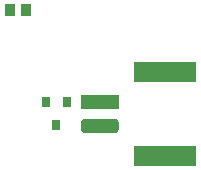
<source format=gbp>
G04*
G04 #@! TF.GenerationSoftware,Altium Limited,Altium Designer,19.0.10 (269)*
G04*
G04 Layer_Color=128*
%FSLAX25Y25*%
%MOIN*%
G70*
G01*
G75*
%ADD23R,0.03543X0.03937*%
%ADD49R,0.03150X0.03543*%
%ADD103R,0.20866X0.06693*%
G04:AMPARAMS|DCode=104|XSize=47.24mil|YSize=125.98mil|CornerRadius=11.81mil|HoleSize=0mil|Usage=FLASHONLY|Rotation=270.000|XOffset=0mil|YOffset=0mil|HoleType=Round|Shape=RoundedRectangle|*
%AMROUNDEDRECTD104*
21,1,0.04724,0.10236,0,0,270.0*
21,1,0.02362,0.12598,0,0,270.0*
1,1,0.02362,-0.05118,-0.01181*
1,1,0.02362,-0.05118,0.01181*
1,1,0.02362,0.05118,0.01181*
1,1,0.02362,0.05118,-0.01181*
%
%ADD104ROUNDEDRECTD104*%
%ADD105R,0.12598X0.04724*%
D23*
X131791Y180118D02*
D03*
X137106D02*
D03*
D49*
X143701Y149606D02*
D03*
X150787D02*
D03*
X147244Y141732D02*
D03*
D103*
X183465Y131496D02*
D03*
Y159449D02*
D03*
D104*
X161890Y141535D02*
D03*
D105*
Y149409D02*
D03*
M02*

</source>
